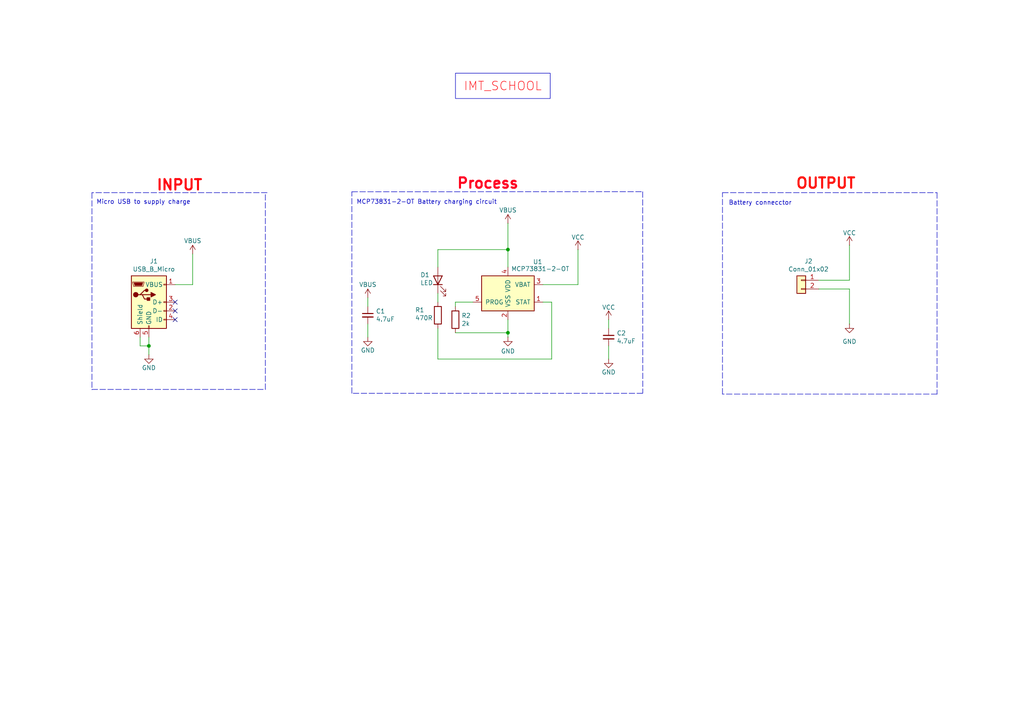
<source format=kicad_sch>
(kicad_sch (version 20231120) (generator "eeschema") (generator_version "8.0")
  (paper "A4")
  (title_block (title "Battery Charger") (date "2024-12-21") (rev "1.0") (company "IMT School"))
  (lib_symbols
    (symbol "Battery Charger-rescue:MCP73831-2-OT-Battery_Management" (pin_names (offset 1.016))
      (property "Reference" "U" (at -7.62 6.35 0))
      (property "Value" "Battery_Management_MCP73831-2-OT" (at 1.27 6.35 0))
      (symbol "MCP73831-2-OT-Battery_Management_0_1"
        (rectangle (start -7.62 5.08) (end 7.62 -5.08) (stroke (width 0.254)) (fill (type background)))
      )
      (symbol "MCP73831-2-OT-Battery_Management_1_1"
        (pin output line (at 10.16 -2.54 180) (length 2.54) (name "STAT") (number "1"))
        (pin power_in line (at 0 -7.62 90) (length 2.54) (name "VSS") (number "2"))
        (pin power_out line (at 10.16 2.54 180) (length 2.54) (name "VBAT") (number "3"))
        (pin power_in line (at 0 7.62 270) (length 2.54) (name "VDD") (number "4"))
        (pin input line (at -10.16 -2.54 0) (length 2.54) (name "PROG") (number "5"))
      )
    )
    (symbol "Battery Charger-rescue:USB_B_Micro-Connector" (pin_names (offset 1.016))
      (property "Reference" "J" (at -5.08 11.43 0))
      (property "Value" "Connector_USB_B_Micro" (at -5.08 8.89 0))
      (symbol "USB_B_Micro-Connector_0_1"
        (rectangle (start -5.08 -7.62) (end 5.08 7.62) (stroke (width 0.254)) (fill (type background)))
        (circle (center -3.81 2.159) (radius 0.635) (stroke (width 0.254)) (fill (type outline)))
        (circle (center -0.635 3.429) (radius 0.381) (stroke (width 0.254)) (fill (type outline)))
        (rectangle (start -0.127 -7.62) (end 0.127 -6.858))
        (polyline (pts (xy -1.905 2.159) (xy 0.635 2.159)) (stroke (width 0.254)))
        (polyline (pts (xy -3.175 2.159) (xy -2.54 2.159) (xy -1.27 3.429) (xy -0.635 3.429)) (stroke (width 0.254)))
        (polyline (pts (xy -2.54 2.159) (xy -1.905 2.159) (xy -1.27 0.889) (xy 0 0.889)) (stroke (width 0.254)))
        (polyline (pts (xy 0.635 2.794) (xy 0.635 1.524) (xy 1.905 2.159) (xy 0.635 2.794)) (stroke (width 0.254)) (fill (type outline)))
        (polyline (pts (xy -4.318 5.588) (xy -1.778 5.588) (xy -2.032 4.826) (xy -4.064 4.826) (xy -4.318 5.588)) (fill (type outline)))
        (polyline (pts (xy -4.699 5.842) (xy -4.699 5.588) (xy -4.445 4.826) (xy -4.445 4.572) (xy -1.651 4.572) (xy -1.651 4.826) (xy -1.397 5.588) (xy -1.397 5.842) (xy -4.699 5.842)))
        (rectangle (start 0.254 1.27) (end -0.508 0.508) (stroke (width 0.254)) (fill (type outline)))
        (rectangle (start 5.08 -5.207) (end 4.318 -4.953))
        (rectangle (start 5.08 -2.667) (end 4.318 -2.413))
        (rectangle (start 5.08 -0.127) (end 4.318 0.127))
        (rectangle (start 5.08 4.953) (end 4.318 5.207))
      )
      (symbol "USB_B_Micro-Connector_1_1"
        (pin power_out line (at 7.62 5.08 180) (length 2.54) (name "VBUS") (number "1"))
        (pin passive line (at 7.62 -2.54 180) (length 2.54) (name "D-") (number "2"))
        (pin passive line (at 7.62 0 180) (length 2.54) (name "D+") (number "3"))
        (pin passive line (at 7.62 -5.08 180) (length 2.54) (name "ID") (number "4"))
        (pin power_out line (at 0 -10.16 90) (length 2.54) (name "GND") (number "5"))
        (pin passive line (at -2.54 -10.16 90) (length 2.54) (name "Shield") (number "6"))
      )
    )
    (symbol "Connector_Generic:Conn_01x02" (pin_names (offset 1.016) hide)
      (property "Reference" "J" (at 0 2.54 0))
      (property "Value" "Conn_01x02" (at 0 -5.08 0))
      (symbol "Conn_01x02_1_1"
        (rectangle (start -1.27 -2.413) (end 0 -2.667) (stroke (width 0.1524)))
        (rectangle (start -1.27 0.127) (end 0 -0.127) (stroke (width 0.1524)))
        (rectangle (start -1.27 1.27) (end 1.27 -3.81) (stroke (width 0.254)) (fill (type background)))
        (pin passive line (at -5.08 0 0) (length 3.81) (name "Pin_1") (number "1"))
        (pin passive line (at -5.08 -2.54 0) (length 3.81) (name "Pin_2") (number "2"))
      )
    )
    (symbol "Device:C_Small" (pin_numbers hide) (pin_names (offset 0.254) hide)
      (property "Reference" "C" (at 0.254 1.778 0))
      (property "Value" "C_Small" (at 0.254 -2.032 0))
      (symbol "C_Small_0_1"
        (polyline (pts (xy -1.524 -0.508) (xy 1.524 -0.508)) (stroke (width 0.3302)))
        (polyline (pts (xy -1.524 0.508) (xy 1.524 0.508)) (stroke (width 0.3048)))
      )
      (symbol "C_Small_1_1"
        (pin passive line (at 0 2.54 270) (length 2.032) (name "~") (number "1"))
        (pin passive line (at 0 -2.54 90) (length 2.032) (name "~") (number "2"))
      )
    )
    (symbol "Device:LED" (pin_numbers hide) (pin_names (offset 1.016) hide)
      (property "Reference" "D" (at 0 2.54 0))
      (property "Value" "LED" (at 0 -2.54 0))
      (symbol "LED_0_1"
        (polyline (pts (xy -1.27 -1.27) (xy -1.27 1.27)) (stroke (width 0.254)))
        (polyline (pts (xy -1.27 0) (xy 1.27 0)))
        (polyline (pts (xy 1.27 -1.27) (xy 1.27 1.27) (xy -1.27 0) (xy 1.27 -1.27)) (stroke (width 0.254)))
        (polyline (pts (xy -3.048 -0.762) (xy -4.572 -2.286) (xy -3.81 -2.286) (xy -4.572 -2.286) (xy -4.572 -1.524)))
        (polyline (pts (xy -1.778 -0.762) (xy -3.302 -2.286) (xy -2.54 -2.286) (xy -3.302 -2.286) (xy -3.302 -1.524)))
      )
      (symbol "LED_1_1"
        (pin passive line (at -3.81 0 0) (length 2.54) (name "K") (number "1"))
        (pin passive line (at 3.81 0 180) (length 2.54) (name "A") (number "2"))
      )
    )
    (symbol "Device:R" (pin_numbers hide) (pin_names (offset 0))
      (property "Reference" "R" (at 2.032 0 90))
      (property "Value" "R" (at 0 0 90))
      (symbol "R_0_1"
        (rectangle (start -1.016 -2.54) (end 1.016 2.54) (stroke (width 0.254)))
      )
      (symbol "R_1_1"
        (pin passive line (at 0 3.81 270) (length 1.27) (name "~") (number "1"))
        (pin passive line (at 0 -3.81 90) (length 1.27) (name "~") (number "2"))
      )
    )
    (symbol "power:GND" (power) (pin_numbers hide) (pin_names (offset 0) hide)
      (property "Value" "GND" (at 0 -3.81 0))
      (symbol "GND_0_1"
        (polyline (pts (xy 0 0) (xy 0 -1.27) (xy 1.27 -1.27) (xy 0 -2.54) (xy -1.27 -1.27) (xy 0 -1.27)))
      )
      (symbol "GND_1_1"
        (pin power_in line (at 0 0 270) (length 0) (name "~") (number "1"))
      )
    )
    (symbol "power:VBUS" (power) (pin_numbers hide) (pin_names (offset 0) hide)
      (property "Value" "VBUS" (at 0 3.556 0))
      (symbol "VBUS_0_1"
        (polyline (pts (xy -0.762 1.27) (xy 0 2.54)))
        (polyline (pts (xy 0 0) (xy 0 2.54)))
        (polyline (pts (xy 0 2.54) (xy 0.762 1.27)))
      )
      (symbol "VBUS_1_1"
        (pin power_in line (at 0 0 90) (length 0) (name "~") (number "1"))
      )
    )
    (symbol "power:VCC" (power) (pin_numbers hide) (pin_names (offset 0) hide)
      (property "Value" "VCC" (at 0 3.556 0))
      (symbol "VCC_0_1"
        (polyline (pts (xy -0.762 1.27) (xy 0 2.54)))
        (polyline (pts (xy 0 0) (xy 0 2.54)))
        (polyline (pts (xy 0 2.54) (xy 0.762 1.27)))
      )
      (symbol "VCC_1_1"
        (pin power_in line (at 0 0 90) (length 0) (name "~") (number "1"))
      )
    )
  )
  (junction (at 147.32 96.52))
  (junction (at 147.32 72.39))
  (junction (at 43.18 100.33))
  (no_connect (at 50.8 92.71))
  (no_connect (at 50.8 87.63))
  (no_connect (at 50.8 90.17))
  (polyline (pts (xy 102.0572 114.0714) (xy 102.0572 55.626)) (stroke (width 0) (type dash)))
  (wire (pts (xy 160.02 87.63) (xy 157.48 87.63)))
  (wire (pts (xy 176.53 95.25) (xy 176.53 92.71)))
  (polyline (pts (xy 26.67 55.88) (xy 26.67 113.03)) (stroke (width 0) (type dash)))
  (wire (pts (xy 176.53 104.14) (xy 176.53 100.33)))
  (wire (pts (xy 106.68 97.79) (xy 106.68 93.98)))
  (wire (pts (xy 50.8 82.55) (xy 55.88 82.55)))
  (wire (pts (xy 147.32 92.71) (xy 147.32 96.52)))
  (wire (pts (xy 157.48 82.55) (xy 167.64 82.55)))
  (polyline (pts (xy 271.78 55.88) (xy 271.78 114.3)) (stroke (width 0) (type dash)))
  (wire (pts (xy 132.08 87.63) (xy 132.08 88.9)))
  (polyline (pts (xy 76.962 112.9538) (xy 76.962 55.88)) (stroke (width 0) (type dash)))
  (polyline (pts (xy 186.4106 114.0714) (xy 102.0318 114.0714)) (stroke (width 0) (type dash)))
  (polyline (pts (xy 77.47 55.88) (xy 26.67 55.88)) (stroke (width 0) (type dash)))
  (wire (pts (xy 40.64 97.79) (xy 40.64 100.33)))
  (wire (pts (xy 43.18 100.33) (xy 43.18 102.87)))
  (polyline (pts (xy 26.67 112.9538) (xy 76.962 112.9538)) (stroke (width 0) (type dash)))
  (wire (pts (xy 160.02 104.14) (xy 160.02 87.63)))
  (polyline (pts (xy 186.4106 55.6006) (xy 186.436 114.046)) (stroke (width 0) (type dash)))
  (wire (pts (xy 147.32 72.39) (xy 147.32 77.47)))
  (wire (pts (xy 147.32 72.39) (xy 127 72.39)))
  (wire (pts (xy 127 104.14) (xy 160.02 104.14)))
  (wire (pts (xy 132.08 96.52) (xy 147.32 96.52)))
  (wire (pts (xy 246.38 83.82) (xy 246.38 93.98)))
  (wire (pts (xy 147.32 96.52) (xy 147.32 97.79)))
  (wire (pts (xy 127 87.63) (xy 127 85.09)))
  (wire (pts (xy 106.68 88.9) (xy 106.68 86.36)))
  (wire (pts (xy 127 72.39) (xy 127 77.47)))
  (wire (pts (xy 237.49 81.28) (xy 246.38 81.28)))
  (wire (pts (xy 246.38 71.12) (xy 246.38 81.28)))
  (polyline (pts (xy 209.55 55.88) (xy 271.78 55.88)) (stroke (width 0) (type dash)))
  (polyline (pts (xy 102.0572 55.626) (xy 186.4106 55.6006)) (stroke (width 0) (type dash)))
  (wire (pts (xy 137.16 87.63) (xy 132.08 87.63)))
  (polyline (pts (xy 271.78 114.3) (xy 209.55 114.3)) (stroke (width 0) (type dash)))
  (wire (pts (xy 167.64 72.39) (xy 167.64 82.55)))
  (wire (pts (xy 55.88 73.66) (xy 55.88 82.55)))
  (wire (pts (xy 237.49 83.82) (xy 246.38 83.82)))
  (wire (pts (xy 127 95.25) (xy 127 104.14)))
  (wire (pts (xy 43.18 97.79) (xy 43.18 100.33)))
  (wire (pts (xy 40.64 100.33) (xy 43.18 100.33)))
  (wire (pts (xy 147.32 64.77) (xy 147.32 72.39)))
  (polyline (pts (xy 209.55 114.3) (xy 209.55 55.88)) (stroke (width 0) (type dash)))
  (text_box "IMT_SCHOOL" (at 132.1054 21.2344 0) (size 27.4828 7.3406) (effects (font (size 2.5 2.5))))
  (text "Process" (at 141.478 53.34 0) (effects (font (size 2.9972 2.9972) (thickness 0.5994) (bold yes))))
  (text "Micro USB to supply charge" (at 27.94 59.436 0) (effects (font (size 1.27 1.27)) (justify left bottom)))
  (text "OUTPUT" (at 239.522 53.34 0) (effects (font (size 2.9972 2.9972) (thickness 0.5994) (bold yes))))
  (text "Battery connecctor" (at 211.328 59.69 0) (effects (font (size 1.27 1.27)) (justify left bottom)))
  (text "INPUT" (at 52.07 53.848 0) (effects (font (size 2.9972 2.9972) (thickness 0.5994) (bold yes))))
  (text "MCP73831-2-OT Battery charging circuit" (at 103.378 59.436 0) (effects (font (size 1.27 1.27)) (justify left bottom)))
  (symbol (lib_id "Battery Charger-rescue:MCP73831-2-OT-Battery_Management") (at 147.32 85.09 0) (unit 1)
    (property "Reference" "U1" (at 155.956 75.946 0))
    (property "Value" "MCP73831-2-OT" (at 156.718 77.978 0))
    (property "Footprint" "Package_TO_SOT_SMD:SOT-23-5" (effects (hide yes)))
    (property "Datasheet" "http://ww1.microchip.com/downloads/en/DeviceDoc/20001984g.pdf" (effects (hide yes)))
  )
  (symbol (lib_id "power:VCC") (at 246.38 71.12 0) (unit 1)
    (property "Reference" "#PWR011" (effects (hide yes)))
    (property "Value" "VCC" (at 246.38 67.564 0))
    (property "Description" "Power symbol creates a global label with name \"VCC\"" (effects (hide yes)))
  )
  (symbol (lib_id "power:GND") (at 147.32 97.79 0) (unit 1)
    (property "Reference" "#PWR06" (effects (hide yes)))
    (property "Value" "GND" (at 147.32 101.854 0))
    (property "Description" "Power symbol creates a global label with name \"GND\" , ground" (effects (hide yes)))
  )
  (symbol (lib_id "power:VBUS") (at 106.68 86.36 0) (unit 1)
    (property "Reference" "#PWR02" (effects (hide yes)))
    (property "Value" "VBUS" (at 106.68 82.55 0))
    (property "Description" "Power symbol creates a global label with name \"VBUS\"" (effects (hide yes)))
  )
  (symbol (lib_id "power:GND") (at 246.38 93.98 0) (unit 1)
    (property "Reference" "#PWR09" (effects (hide yes)))
    (property "Value" "GND" (at 246.38 99.06 0))
    (property "Description" "Power symbol creates a global label with name \"GND\" , ground" (effects (hide yes)))
  )
  (symbol (lib_id "Device:C_Small") (at 106.68 91.44 0) (unit 1)
    (property "Reference" "C1" (at 109.0168 90.2716 0) (effects (justify left)))
    (property "Value" "4.7uF" (at 109.0168 92.583 0) (effects (justify left)))
    (property "Footprint" "Capacitor_SMD:C_1206_3216Metric_Pad1.33x1.80mm_HandSolder" (effects (hide yes)))
  )
  (symbol (lib_id "Device:R") (at 127 91.44 0) (unit 1)
    (property "Reference" "R1" (at 120.396 89.916 0) (effects (justify left)))
    (property "Value" "470R" (at 120.396 92.2274 0) (effects (justify left)))
    (property "Footprint" "Resistor_SMD:R_1206_3216Metric_Pad1.30x1.75mm_HandSolder" (effects (hide yes)))
  )
  (symbol (lib_id "Connector_Generic:Conn_01x02") (at 232.41 81.28 0) (mirror y) (unit 1)
    (property "Reference" "J2" (at 234.4928 75.7682 0))
    (property "Value" "Conn_01x02" (at 234.4928 78.0796 0))
    (property "Footprint" "Connector_JST:JST_GH_SM02B-GHS-TB_1x02-1MP_P1.25mm_Horizontal" (effects (hide yes)))
  )
  (symbol (lib_id "power:VCC") (at 167.64 72.39 0) (unit 1)
    (property "Reference" "#PWR05" (effects (hide yes)))
    (property "Value" "VCC" (at 167.64 68.834 0))
    (property "Description" "Power symbol creates a global label with name \"VCC\"" (effects (hide yes)))
  )
  (symbol (lib_id "power:GND") (at 106.68 97.79 0) (unit 1)
    (property "Reference" "#PWR04" (effects (hide yes)))
    (property "Value" "GND" (at 106.68 101.6 0))
    (property "Description" "Power symbol creates a global label with name \"GND\" , ground" (effects (hide yes)))
  )
  (symbol (lib_id "power:VCC") (at 176.53 92.71 0) (unit 1)
    (property "Reference" "#PWR010" (effects (hide yes)))
    (property "Value" "VCC" (at 176.53 89.154 0))
    (property "Description" "Power symbol creates a global label with name \"VCC\"" (effects (hide yes)))
  )
  (symbol (lib_id "power:VBUS") (at 147.32 64.77 0) (unit 1)
    (property "Reference" "#PWR03" (effects (hide yes)))
    (property "Value" "VBUS" (at 147.32 60.96 0))
    (property "Description" "Power symbol creates a global label with name \"VBUS\"" (effects (hide yes)))
  )
  (symbol (lib_id "Device:LED") (at 127 81.28 90) (unit 1)
    (property "Reference" "D1" (at 121.92 79.7306 90) (effects (justify right)))
    (property "Value" "LED" (at 121.92 82.042 90) (effects (justify right)))
    (property "Footprint" "LED_SMD:LED_1206_3216Metric_Pad1.42x1.75mm_HandSolder" (effects (hide yes)))
  )
  (symbol (lib_id "Device:R") (at 132.08 92.71 0) (unit 1)
    (property "Reference" "R2" (at 133.858 91.5416 0) (effects (justify left)))
    (property "Value" "2k" (at 133.858 93.853 0) (effects (justify left)))
    (property "Footprint" "Resistor_SMD:R_1206_3216Metric_Pad1.30x1.75mm_HandSolder" (effects (hide yes)))
  )
  (symbol (lib_id "Device:C_Small") (at 176.53 97.79 0) (unit 1)
    (property "Reference" "C2" (at 178.8668 96.6216 0) (effects (justify left)))
    (property "Value" "4.7uF" (at 178.8668 98.933 0) (effects (justify left)))
    (property "Footprint" "Capacitor_SMD:C_1206_3216Metric_Pad1.33x1.80mm_HandSolder" (effects (hide yes)))
  )
  (symbol (lib_id "power:VBUS") (at 55.88 73.66 0) (unit 1)
    (property "Reference" "#PWR07" (effects (hide yes)))
    (property "Value" "VBUS" (at 55.88 69.85 0))
    (property "Description" "Power symbol creates a global label with name \"VBUS\"" (effects (hide yes)))
  )
  (symbol (lib_id "power:GND") (at 43.18 102.87 0) (unit 1)
    (property "Reference" "#PWR01" (effects (hide yes)))
    (property "Value" "GND" (at 43.18 106.68 0))
    (property "Description" "Power symbol creates a global label with name \"GND\" , ground" (effects (hide yes)))
  )
  (symbol (lib_id "Battery Charger-rescue:USB_B_Micro-Connector") (at 43.18 87.63 0) (unit 1)
    (property "Reference" "J1" (at 44.6278 75.7682 0))
    (property "Value" "USB_B_Micro" (at 44.6278 78.0796 0))
    (property "Footprint" "Connector_USB:USB_Micro-B_Molex-105017-0001" (effects (hide yes)))
    (property "Datasheet" "https://www.molex.com/molex/products/part-detail/io_connectors/1050170001" (effects (hide yes)))
  )
  (symbol (lib_id "power:GND") (at 176.53 104.14 0) (unit 1)
    (property "Reference" "#PWR08" (effects (hide yes)))
    (property "Value" "GND" (at 176.53 107.95 0))
    (property "Description" "Power symbol creates a global label with name \"GND\" , ground" (effects (hide yes)))
  )
)
</source>
